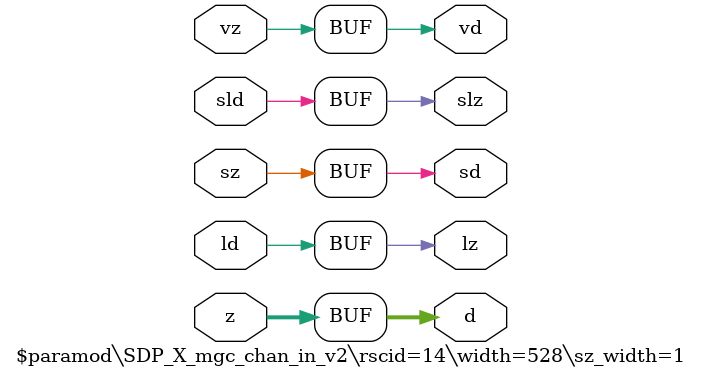
<source format=v>
module \$paramod\SDP_X_mgc_chan_in_v2\rscid=14\width=528\sz_width=1 (ld, vd, d, lz, vz, z, sd, sld, sz, slz);
  (* src = "./vmod/nvdla/sdp/NV_NVDLA_SDP_CORE_x.v:137" *)
  output [527:0] d;
  (* src = "./vmod/nvdla/sdp/NV_NVDLA_SDP_CORE_x.v:135" *)
  input ld;
  (* src = "./vmod/nvdla/sdp/NV_NVDLA_SDP_CORE_x.v:138" *)
  output lz;
  (* src = "./vmod/nvdla/sdp/NV_NVDLA_SDP_CORE_x.v:141" *)
  output sd;
  (* src = "./vmod/nvdla/sdp/NV_NVDLA_SDP_CORE_x.v:142" *)
  input sld;
  (* src = "./vmod/nvdla/sdp/NV_NVDLA_SDP_CORE_x.v:144" *)
  output slz;
  (* src = "./vmod/nvdla/sdp/NV_NVDLA_SDP_CORE_x.v:143" *)
  input sz;
  (* src = "./vmod/nvdla/sdp/NV_NVDLA_SDP_CORE_x.v:136" *)
  output vd;
  (* src = "./vmod/nvdla/sdp/NV_NVDLA_SDP_CORE_x.v:139" *)
  input vz;
  (* src = "./vmod/nvdla/sdp/NV_NVDLA_SDP_CORE_x.v:140" *)
  input [527:0] z;
  assign d = z;
  assign lz = ld;
  assign sd = sz;
  assign slz = sld;
  assign vd = vz;
endmodule

</source>
